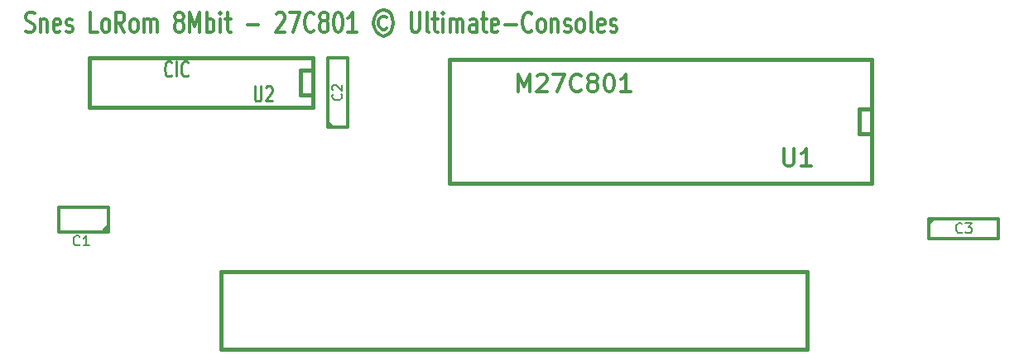
<source format=gto>
G04 (created by PCBNEW (2013-07-07 BZR 4022)-stable) date 27/01/2014 10:53:56*
%MOIN*%
G04 Gerber Fmt 3.4, Leading zero omitted, Abs format*
%FSLAX34Y34*%
G01*
G70*
G90*
G04 APERTURE LIST*
%ADD10C,0.00590551*%
%ADD11C,0.012*%
%ADD12C,0.015*%
%ADD13C,0.01125*%
%ADD14C,0.0113*%
%ADD15C,0.008*%
G04 APERTURE END LIST*
G54D10*
G54D11*
X34281Y-38474D02*
X34366Y-38512D01*
X34509Y-38512D01*
X34566Y-38474D01*
X34595Y-38436D01*
X34623Y-38360D01*
X34623Y-38284D01*
X34595Y-38208D01*
X34566Y-38169D01*
X34509Y-38131D01*
X34395Y-38093D01*
X34338Y-38055D01*
X34309Y-38017D01*
X34281Y-37941D01*
X34281Y-37865D01*
X34309Y-37789D01*
X34338Y-37750D01*
X34395Y-37712D01*
X34538Y-37712D01*
X34623Y-37750D01*
X34881Y-37979D02*
X34881Y-38512D01*
X34881Y-38055D02*
X34909Y-38017D01*
X34966Y-37979D01*
X35052Y-37979D01*
X35109Y-38017D01*
X35138Y-38093D01*
X35138Y-38512D01*
X35652Y-38474D02*
X35595Y-38512D01*
X35481Y-38512D01*
X35423Y-38474D01*
X35395Y-38398D01*
X35395Y-38093D01*
X35423Y-38017D01*
X35481Y-37979D01*
X35595Y-37979D01*
X35652Y-38017D01*
X35681Y-38093D01*
X35681Y-38169D01*
X35395Y-38246D01*
X35909Y-38474D02*
X35966Y-38512D01*
X36081Y-38512D01*
X36138Y-38474D01*
X36166Y-38398D01*
X36166Y-38360D01*
X36138Y-38284D01*
X36081Y-38246D01*
X35995Y-38246D01*
X35938Y-38208D01*
X35909Y-38131D01*
X35909Y-38093D01*
X35938Y-38017D01*
X35995Y-37979D01*
X36081Y-37979D01*
X36138Y-38017D01*
X37166Y-38512D02*
X36881Y-38512D01*
X36881Y-37712D01*
X37452Y-38512D02*
X37395Y-38474D01*
X37366Y-38436D01*
X37338Y-38360D01*
X37338Y-38131D01*
X37366Y-38055D01*
X37395Y-38017D01*
X37452Y-37979D01*
X37538Y-37979D01*
X37595Y-38017D01*
X37623Y-38055D01*
X37652Y-38131D01*
X37652Y-38360D01*
X37623Y-38436D01*
X37595Y-38474D01*
X37538Y-38512D01*
X37452Y-38512D01*
X38252Y-38512D02*
X38052Y-38131D01*
X37909Y-38512D02*
X37909Y-37712D01*
X38138Y-37712D01*
X38195Y-37750D01*
X38223Y-37789D01*
X38252Y-37865D01*
X38252Y-37979D01*
X38223Y-38055D01*
X38195Y-38093D01*
X38138Y-38131D01*
X37909Y-38131D01*
X38595Y-38512D02*
X38538Y-38474D01*
X38509Y-38436D01*
X38481Y-38360D01*
X38481Y-38131D01*
X38509Y-38055D01*
X38538Y-38017D01*
X38595Y-37979D01*
X38681Y-37979D01*
X38738Y-38017D01*
X38766Y-38055D01*
X38795Y-38131D01*
X38795Y-38360D01*
X38766Y-38436D01*
X38738Y-38474D01*
X38681Y-38512D01*
X38595Y-38512D01*
X39052Y-38512D02*
X39052Y-37979D01*
X39052Y-38055D02*
X39081Y-38017D01*
X39138Y-37979D01*
X39223Y-37979D01*
X39281Y-38017D01*
X39309Y-38093D01*
X39309Y-38512D01*
X39309Y-38093D02*
X39338Y-38017D01*
X39395Y-37979D01*
X39481Y-37979D01*
X39538Y-38017D01*
X39566Y-38093D01*
X39566Y-38512D01*
X40395Y-38055D02*
X40338Y-38017D01*
X40309Y-37979D01*
X40281Y-37903D01*
X40281Y-37865D01*
X40309Y-37789D01*
X40338Y-37750D01*
X40395Y-37712D01*
X40509Y-37712D01*
X40566Y-37750D01*
X40595Y-37789D01*
X40623Y-37865D01*
X40623Y-37903D01*
X40595Y-37979D01*
X40566Y-38017D01*
X40509Y-38055D01*
X40395Y-38055D01*
X40338Y-38093D01*
X40309Y-38131D01*
X40281Y-38208D01*
X40281Y-38360D01*
X40309Y-38436D01*
X40338Y-38474D01*
X40395Y-38512D01*
X40509Y-38512D01*
X40566Y-38474D01*
X40595Y-38436D01*
X40623Y-38360D01*
X40623Y-38208D01*
X40595Y-38131D01*
X40566Y-38093D01*
X40509Y-38055D01*
X40881Y-38512D02*
X40881Y-37712D01*
X41081Y-38284D01*
X41281Y-37712D01*
X41281Y-38512D01*
X41566Y-38512D02*
X41566Y-37712D01*
X41566Y-38017D02*
X41623Y-37979D01*
X41738Y-37979D01*
X41795Y-38017D01*
X41823Y-38055D01*
X41852Y-38131D01*
X41852Y-38360D01*
X41823Y-38436D01*
X41795Y-38474D01*
X41738Y-38512D01*
X41623Y-38512D01*
X41566Y-38474D01*
X42109Y-38512D02*
X42109Y-37979D01*
X42109Y-37712D02*
X42081Y-37750D01*
X42109Y-37789D01*
X42138Y-37750D01*
X42109Y-37712D01*
X42109Y-37789D01*
X42309Y-37979D02*
X42538Y-37979D01*
X42395Y-37712D02*
X42395Y-38398D01*
X42423Y-38474D01*
X42480Y-38512D01*
X42538Y-38512D01*
X43195Y-38208D02*
X43652Y-38208D01*
X44366Y-37789D02*
X44395Y-37750D01*
X44452Y-37712D01*
X44595Y-37712D01*
X44652Y-37750D01*
X44680Y-37789D01*
X44709Y-37865D01*
X44709Y-37941D01*
X44680Y-38055D01*
X44338Y-38512D01*
X44709Y-38512D01*
X44909Y-37712D02*
X45309Y-37712D01*
X45052Y-38512D01*
X45881Y-38436D02*
X45852Y-38474D01*
X45766Y-38512D01*
X45709Y-38512D01*
X45623Y-38474D01*
X45566Y-38398D01*
X45538Y-38322D01*
X45509Y-38169D01*
X45509Y-38055D01*
X45538Y-37903D01*
X45566Y-37827D01*
X45623Y-37750D01*
X45709Y-37712D01*
X45766Y-37712D01*
X45852Y-37750D01*
X45881Y-37789D01*
X46223Y-38055D02*
X46166Y-38017D01*
X46138Y-37979D01*
X46109Y-37903D01*
X46109Y-37865D01*
X46138Y-37789D01*
X46166Y-37750D01*
X46223Y-37712D01*
X46338Y-37712D01*
X46395Y-37750D01*
X46423Y-37789D01*
X46452Y-37865D01*
X46452Y-37903D01*
X46423Y-37979D01*
X46395Y-38017D01*
X46338Y-38055D01*
X46223Y-38055D01*
X46166Y-38093D01*
X46138Y-38131D01*
X46109Y-38208D01*
X46109Y-38360D01*
X46138Y-38436D01*
X46166Y-38474D01*
X46223Y-38512D01*
X46338Y-38512D01*
X46395Y-38474D01*
X46423Y-38436D01*
X46452Y-38360D01*
X46452Y-38208D01*
X46423Y-38131D01*
X46395Y-38093D01*
X46338Y-38055D01*
X46823Y-37712D02*
X46881Y-37712D01*
X46938Y-37750D01*
X46966Y-37789D01*
X46995Y-37865D01*
X47023Y-38017D01*
X47023Y-38208D01*
X46995Y-38360D01*
X46966Y-38436D01*
X46938Y-38474D01*
X46881Y-38512D01*
X46823Y-38512D01*
X46766Y-38474D01*
X46738Y-38436D01*
X46709Y-38360D01*
X46681Y-38208D01*
X46681Y-38017D01*
X46709Y-37865D01*
X46738Y-37789D01*
X46766Y-37750D01*
X46823Y-37712D01*
X47595Y-38512D02*
X47252Y-38512D01*
X47423Y-38512D02*
X47423Y-37712D01*
X47366Y-37827D01*
X47309Y-37903D01*
X47252Y-37941D01*
X48795Y-37903D02*
X48738Y-37865D01*
X48623Y-37865D01*
X48566Y-37903D01*
X48509Y-37979D01*
X48481Y-38055D01*
X48481Y-38208D01*
X48509Y-38284D01*
X48566Y-38360D01*
X48623Y-38398D01*
X48738Y-38398D01*
X48795Y-38360D01*
X48681Y-37598D02*
X48538Y-37636D01*
X48395Y-37750D01*
X48309Y-37941D01*
X48281Y-38131D01*
X48309Y-38322D01*
X48395Y-38512D01*
X48538Y-38627D01*
X48681Y-38665D01*
X48823Y-38627D01*
X48966Y-38512D01*
X49052Y-38322D01*
X49081Y-38131D01*
X49052Y-37941D01*
X48966Y-37750D01*
X48823Y-37636D01*
X48681Y-37598D01*
X49795Y-37712D02*
X49795Y-38360D01*
X49823Y-38436D01*
X49852Y-38474D01*
X49909Y-38512D01*
X50023Y-38512D01*
X50081Y-38474D01*
X50109Y-38436D01*
X50138Y-38360D01*
X50138Y-37712D01*
X50509Y-38512D02*
X50452Y-38474D01*
X50423Y-38398D01*
X50423Y-37712D01*
X50652Y-37979D02*
X50881Y-37979D01*
X50738Y-37712D02*
X50738Y-38398D01*
X50766Y-38474D01*
X50823Y-38512D01*
X50881Y-38512D01*
X51081Y-38512D02*
X51081Y-37979D01*
X51081Y-37712D02*
X51052Y-37750D01*
X51081Y-37789D01*
X51109Y-37750D01*
X51081Y-37712D01*
X51081Y-37789D01*
X51366Y-38512D02*
X51366Y-37979D01*
X51366Y-38055D02*
X51395Y-38017D01*
X51452Y-37979D01*
X51538Y-37979D01*
X51595Y-38017D01*
X51623Y-38093D01*
X51623Y-38512D01*
X51623Y-38093D02*
X51652Y-38017D01*
X51709Y-37979D01*
X51795Y-37979D01*
X51852Y-38017D01*
X51881Y-38093D01*
X51881Y-38512D01*
X52423Y-38512D02*
X52423Y-38093D01*
X52395Y-38017D01*
X52338Y-37979D01*
X52223Y-37979D01*
X52166Y-38017D01*
X52423Y-38474D02*
X52366Y-38512D01*
X52223Y-38512D01*
X52166Y-38474D01*
X52138Y-38398D01*
X52138Y-38322D01*
X52166Y-38246D01*
X52223Y-38208D01*
X52366Y-38208D01*
X52423Y-38169D01*
X52623Y-37979D02*
X52852Y-37979D01*
X52709Y-37712D02*
X52709Y-38398D01*
X52738Y-38474D01*
X52795Y-38512D01*
X52852Y-38512D01*
X53281Y-38474D02*
X53223Y-38512D01*
X53109Y-38512D01*
X53052Y-38474D01*
X53023Y-38398D01*
X53023Y-38093D01*
X53052Y-38017D01*
X53109Y-37979D01*
X53223Y-37979D01*
X53281Y-38017D01*
X53309Y-38093D01*
X53309Y-38169D01*
X53023Y-38246D01*
X53566Y-38208D02*
X54023Y-38208D01*
X54652Y-38436D02*
X54623Y-38474D01*
X54538Y-38512D01*
X54481Y-38512D01*
X54395Y-38474D01*
X54338Y-38398D01*
X54309Y-38322D01*
X54281Y-38169D01*
X54281Y-38055D01*
X54309Y-37903D01*
X54338Y-37827D01*
X54395Y-37750D01*
X54481Y-37712D01*
X54538Y-37712D01*
X54623Y-37750D01*
X54652Y-37789D01*
X54995Y-38512D02*
X54938Y-38474D01*
X54909Y-38436D01*
X54881Y-38360D01*
X54881Y-38131D01*
X54909Y-38055D01*
X54938Y-38017D01*
X54995Y-37979D01*
X55081Y-37979D01*
X55138Y-38017D01*
X55166Y-38055D01*
X55195Y-38131D01*
X55195Y-38360D01*
X55166Y-38436D01*
X55138Y-38474D01*
X55081Y-38512D01*
X54995Y-38512D01*
X55452Y-37979D02*
X55452Y-38512D01*
X55452Y-38055D02*
X55481Y-38017D01*
X55538Y-37979D01*
X55623Y-37979D01*
X55681Y-38017D01*
X55709Y-38093D01*
X55709Y-38512D01*
X55966Y-38474D02*
X56023Y-38512D01*
X56138Y-38512D01*
X56195Y-38474D01*
X56223Y-38398D01*
X56223Y-38360D01*
X56195Y-38284D01*
X56138Y-38246D01*
X56052Y-38246D01*
X55995Y-38208D01*
X55966Y-38131D01*
X55966Y-38093D01*
X55995Y-38017D01*
X56052Y-37979D01*
X56138Y-37979D01*
X56195Y-38017D01*
X56566Y-38512D02*
X56509Y-38474D01*
X56481Y-38436D01*
X56452Y-38360D01*
X56452Y-38131D01*
X56481Y-38055D01*
X56509Y-38017D01*
X56566Y-37979D01*
X56652Y-37979D01*
X56709Y-38017D01*
X56738Y-38055D01*
X56766Y-38131D01*
X56766Y-38360D01*
X56738Y-38436D01*
X56709Y-38474D01*
X56652Y-38512D01*
X56566Y-38512D01*
X57109Y-38512D02*
X57052Y-38474D01*
X57023Y-38398D01*
X57023Y-37712D01*
X57566Y-38474D02*
X57509Y-38512D01*
X57395Y-38512D01*
X57338Y-38474D01*
X57309Y-38398D01*
X57309Y-38093D01*
X57338Y-38017D01*
X57395Y-37979D01*
X57509Y-37979D01*
X57566Y-38017D01*
X57595Y-38093D01*
X57595Y-38169D01*
X57309Y-38246D01*
X57823Y-38474D02*
X57881Y-38512D01*
X57995Y-38512D01*
X58052Y-38474D01*
X58081Y-38398D01*
X58081Y-38360D01*
X58052Y-38284D01*
X57995Y-38246D01*
X57909Y-38246D01*
X57852Y-38208D01*
X57823Y-38131D01*
X57823Y-38093D01*
X57852Y-38017D01*
X57909Y-37979D01*
X57995Y-37979D01*
X58052Y-38017D01*
G54D12*
X68343Y-44626D02*
X51343Y-44626D01*
X51343Y-44626D02*
X51343Y-39626D01*
X51343Y-39626D02*
X68343Y-39626D01*
X68343Y-39626D02*
X68343Y-44626D01*
X68343Y-41626D02*
X67843Y-41626D01*
X67843Y-41626D02*
X67843Y-42626D01*
X67843Y-42626D02*
X68343Y-42626D01*
X45839Y-41051D02*
X45839Y-41051D01*
X45839Y-41051D02*
X45339Y-41051D01*
X45339Y-41051D02*
X45339Y-40051D01*
X45339Y-40051D02*
X45839Y-40051D01*
X45839Y-41551D02*
X36839Y-41551D01*
X36839Y-41551D02*
X36839Y-39551D01*
X36839Y-39551D02*
X45839Y-39551D01*
X45839Y-39551D02*
X45839Y-41551D01*
G54D11*
X37594Y-46563D02*
X35614Y-46563D01*
X35614Y-46563D02*
X35614Y-45563D01*
X35614Y-45563D02*
X37614Y-45563D01*
X37614Y-45563D02*
X37614Y-46563D01*
X37614Y-46313D02*
X37364Y-46563D01*
G54D12*
X42122Y-48173D02*
X65744Y-48173D01*
X65744Y-48173D02*
X65744Y-51323D01*
X65744Y-51323D02*
X42122Y-51323D01*
X42122Y-51323D02*
X42122Y-48173D01*
G54D11*
X46450Y-42345D02*
X46450Y-39545D01*
X46450Y-39545D02*
X47250Y-39545D01*
X47250Y-39545D02*
X47250Y-42345D01*
X47250Y-42345D02*
X46450Y-42345D01*
X46650Y-42345D02*
X46450Y-42145D01*
X70647Y-46057D02*
X73447Y-46057D01*
X73447Y-46057D02*
X73447Y-46857D01*
X73447Y-46857D02*
X70647Y-46857D01*
X70647Y-46857D02*
X70647Y-46057D01*
X70647Y-46257D02*
X70847Y-46057D01*
X64809Y-43209D02*
X64809Y-43776D01*
X64843Y-43842D01*
X64876Y-43876D01*
X64943Y-43909D01*
X65076Y-43909D01*
X65143Y-43876D01*
X65176Y-43842D01*
X65209Y-43776D01*
X65209Y-43209D01*
X65909Y-43909D02*
X65509Y-43909D01*
X65709Y-43909D02*
X65709Y-43209D01*
X65643Y-43309D01*
X65576Y-43376D01*
X65509Y-43409D01*
X54093Y-40909D02*
X54093Y-40209D01*
X54326Y-40709D01*
X54559Y-40209D01*
X54559Y-40909D01*
X54859Y-40276D02*
X54893Y-40242D01*
X54959Y-40209D01*
X55126Y-40209D01*
X55193Y-40242D01*
X55226Y-40276D01*
X55259Y-40342D01*
X55259Y-40409D01*
X55226Y-40509D01*
X54826Y-40909D01*
X55259Y-40909D01*
X55493Y-40209D02*
X55959Y-40209D01*
X55659Y-40909D01*
X56626Y-40842D02*
X56593Y-40876D01*
X56493Y-40909D01*
X56426Y-40909D01*
X56326Y-40876D01*
X56259Y-40809D01*
X56226Y-40742D01*
X56193Y-40609D01*
X56193Y-40509D01*
X56226Y-40376D01*
X56259Y-40309D01*
X56326Y-40242D01*
X56426Y-40209D01*
X56493Y-40209D01*
X56593Y-40242D01*
X56626Y-40276D01*
X57026Y-40509D02*
X56959Y-40476D01*
X56926Y-40442D01*
X56893Y-40376D01*
X56893Y-40342D01*
X56926Y-40276D01*
X56959Y-40242D01*
X57026Y-40209D01*
X57159Y-40209D01*
X57226Y-40242D01*
X57259Y-40276D01*
X57293Y-40342D01*
X57293Y-40376D01*
X57259Y-40442D01*
X57226Y-40476D01*
X57159Y-40509D01*
X57026Y-40509D01*
X56959Y-40542D01*
X56926Y-40576D01*
X56893Y-40642D01*
X56893Y-40776D01*
X56926Y-40842D01*
X56959Y-40876D01*
X57026Y-40909D01*
X57159Y-40909D01*
X57226Y-40876D01*
X57259Y-40842D01*
X57293Y-40776D01*
X57293Y-40642D01*
X57259Y-40576D01*
X57226Y-40542D01*
X57159Y-40509D01*
X57726Y-40209D02*
X57793Y-40209D01*
X57859Y-40242D01*
X57893Y-40276D01*
X57926Y-40342D01*
X57959Y-40476D01*
X57959Y-40642D01*
X57926Y-40776D01*
X57893Y-40842D01*
X57859Y-40876D01*
X57793Y-40909D01*
X57726Y-40909D01*
X57659Y-40876D01*
X57626Y-40842D01*
X57593Y-40776D01*
X57559Y-40642D01*
X57559Y-40476D01*
X57593Y-40342D01*
X57626Y-40276D01*
X57659Y-40242D01*
X57726Y-40209D01*
X58626Y-40909D02*
X58226Y-40909D01*
X58426Y-40909D02*
X58426Y-40209D01*
X58359Y-40309D01*
X58293Y-40376D01*
X58226Y-40409D01*
G54D13*
X43496Y-40693D02*
X43496Y-41179D01*
X43517Y-41236D01*
X43539Y-41265D01*
X43581Y-41293D01*
X43667Y-41293D01*
X43710Y-41265D01*
X43731Y-41236D01*
X43753Y-41179D01*
X43753Y-40693D01*
X43946Y-40751D02*
X43967Y-40722D01*
X44010Y-40693D01*
X44117Y-40693D01*
X44160Y-40722D01*
X44181Y-40751D01*
X44203Y-40808D01*
X44203Y-40865D01*
X44181Y-40951D01*
X43924Y-41293D01*
X44203Y-41293D01*
G54D14*
G54D13*
X40146Y-40236D02*
X40124Y-40265D01*
X40060Y-40293D01*
X40017Y-40293D01*
X39953Y-40265D01*
X39910Y-40208D01*
X39889Y-40151D01*
X39867Y-40036D01*
X39867Y-39951D01*
X39889Y-39836D01*
X39910Y-39779D01*
X39953Y-39722D01*
X40017Y-39693D01*
X40060Y-39693D01*
X40124Y-39722D01*
X40146Y-39751D01*
X40339Y-40293D02*
X40339Y-39693D01*
X40810Y-40236D02*
X40789Y-40265D01*
X40724Y-40293D01*
X40681Y-40293D01*
X40617Y-40265D01*
X40574Y-40208D01*
X40553Y-40151D01*
X40531Y-40036D01*
X40531Y-39951D01*
X40553Y-39836D01*
X40574Y-39779D01*
X40617Y-39722D01*
X40681Y-39693D01*
X40724Y-39693D01*
X40789Y-39722D01*
X40810Y-39751D01*
G54D14*
G54D15*
X36447Y-47086D02*
X36428Y-47105D01*
X36371Y-47124D01*
X36333Y-47124D01*
X36275Y-47105D01*
X36237Y-47067D01*
X36218Y-47029D01*
X36199Y-46953D01*
X36199Y-46896D01*
X36218Y-46820D01*
X36237Y-46782D01*
X36275Y-46743D01*
X36333Y-46724D01*
X36371Y-46724D01*
X36428Y-46743D01*
X36447Y-46763D01*
X36828Y-47124D02*
X36599Y-47124D01*
X36714Y-47124D02*
X36714Y-46724D01*
X36675Y-46782D01*
X36637Y-46820D01*
X36599Y-46839D01*
G54D11*
G54D15*
X46973Y-41011D02*
X46992Y-41030D01*
X47011Y-41087D01*
X47011Y-41125D01*
X46992Y-41183D01*
X46954Y-41221D01*
X46916Y-41240D01*
X46840Y-41259D01*
X46783Y-41259D01*
X46707Y-41240D01*
X46669Y-41221D01*
X46630Y-41183D01*
X46611Y-41125D01*
X46611Y-41087D01*
X46630Y-41030D01*
X46650Y-41011D01*
X46650Y-40859D02*
X46630Y-40840D01*
X46611Y-40802D01*
X46611Y-40706D01*
X46630Y-40668D01*
X46650Y-40649D01*
X46688Y-40630D01*
X46726Y-40630D01*
X46783Y-40649D01*
X47011Y-40878D01*
X47011Y-40630D01*
X71980Y-46580D02*
X71961Y-46599D01*
X71904Y-46618D01*
X71866Y-46618D01*
X71808Y-46599D01*
X71770Y-46561D01*
X71751Y-46523D01*
X71732Y-46447D01*
X71732Y-46390D01*
X71751Y-46314D01*
X71770Y-46276D01*
X71808Y-46237D01*
X71866Y-46218D01*
X71904Y-46218D01*
X71961Y-46237D01*
X71980Y-46257D01*
X72113Y-46218D02*
X72361Y-46218D01*
X72227Y-46371D01*
X72285Y-46371D01*
X72323Y-46390D01*
X72342Y-46409D01*
X72361Y-46447D01*
X72361Y-46542D01*
X72342Y-46580D01*
X72323Y-46599D01*
X72285Y-46618D01*
X72170Y-46618D01*
X72132Y-46599D01*
X72113Y-46580D01*
M02*

</source>
